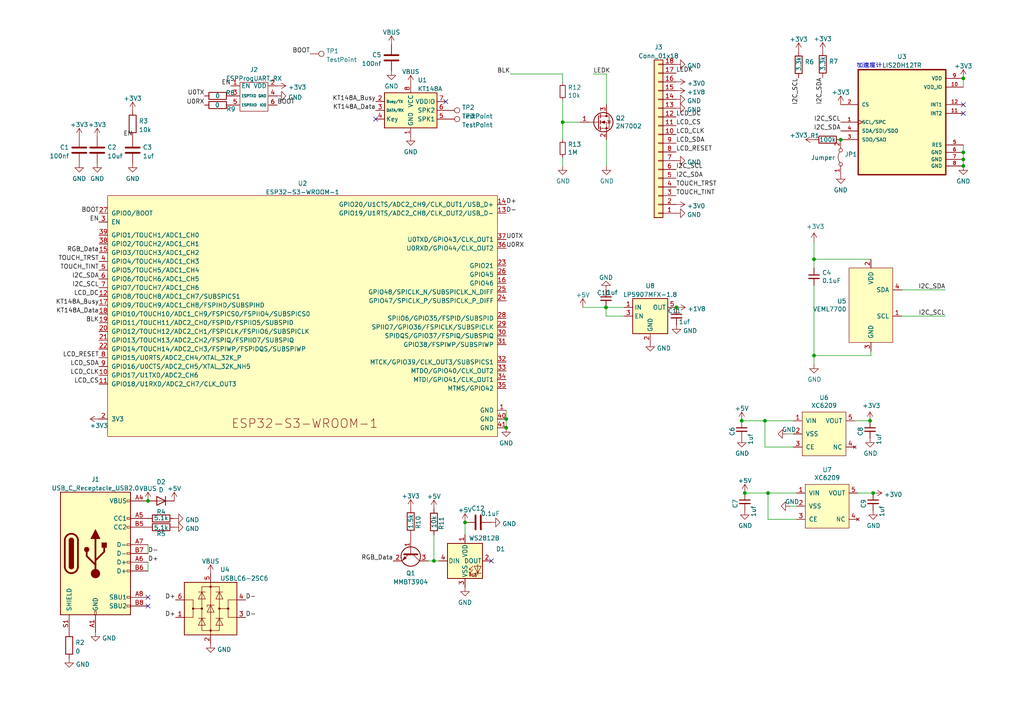
<source format=kicad_sch>
(kicad_sch (version 20211123) (generator eeschema)
  (paper "A4")
  (lib_symbols
    (symbol "Connector:TestPoint" (pin_numbers hide) (pin_names (offset 0.762) hide)
      (property "Reference" "TP" (at 0 6.858 0))
      (property "Value" "TestPoint" (at 0 5.08 0))
      (symbol "TestPoint_1_1"
        (pin passive line (at 0 0 90) (length 2.54) (name "1") (number "1"))
      )
    )
    (symbol "Connector:USB_C_Receptacle_USB2.0" (pin_names (offset 1.016))
      (property "Reference" "J" (at -10.16 19.05 0))
      (property "Value" "USB_C_Receptacle_USB2.0" (at 19.05 19.05 0))
      (symbol "USB_C_Receptacle_USB2.0_1_1"
        (pin passive line (at 0 -22.86 90) (length 5.08) (name "GND") (number "A1"))
        (pin passive line (at 0 -22.86 90) (length 5.08) hide (name "GND") (number "A12"))
        (pin passive line (at 15.24 15.24 180) (length 5.08) (name "VBUS") (number "A4"))
        (pin bidirectional line (at 15.24 10.16 180) (length 5.08) (name "CC1") (number "A5"))
        (pin bidirectional line (at 15.24 -2.54 180) (length 5.08) (name "D+") (number "A6"))
        (pin bidirectional line (at 15.24 2.54 180) (length 5.08) (name "D-") (number "A7"))
        (pin bidirectional line (at 15.24 -12.7 180) (length 5.08) (name "SBU1") (number "A8"))
        (pin passive line (at 15.24 15.24 180) (length 5.08) hide (name "VBUS") (number "A9"))
        (pin passive line (at 0 -22.86 90) (length 5.08) hide (name "GND") (number "B1"))
        (pin passive line (at 0 -22.86 90) (length 5.08) hide (name "GND") (number "B12"))
        (pin passive line (at 15.24 15.24 180) (length 5.08) hide (name "VBUS") (number "B4"))
        (pin bidirectional line (at 15.24 7.62 180) (length 5.08) (name "CC2") (number "B5"))
        (pin bidirectional line (at 15.24 -5.08 180) (length 5.08) (name "D+") (number "B6"))
        (pin bidirectional line (at 15.24 0 180) (length 5.08) (name "D-") (number "B7"))
        (pin bidirectional line (at 15.24 -15.24 180) (length 5.08) (name "SBU2") (number "B8"))
        (pin passive line (at 15.24 15.24 180) (length 5.08) hide (name "VBUS") (number "B9"))
        (pin passive line (at -7.62 -22.86 90) (length 5.08) (name "SHIELD") (number "S1"))
      )
    )
    (symbol "Connector_Generic:Conn_01x18" (pin_names (offset 1.016) hide)
      (property "Reference" "J" (at 0 22.86 0))
      (property "Value" "Conn_01x18" (at 0 -25.4 0))
      (symbol "Conn_01x18_1_1"
        (pin passive line (at -5.08 20.32 0) (length 3.81) (name "Pin_1") (number "1"))
        (pin passive line (at -5.08 -2.54 0) (length 3.81) (name "Pin_10") (number "10"))
        (pin passive line (at -5.08 -5.08 0) (length 3.81) (name "Pin_11") (number "11"))
        (pin passive line (at -5.08 -7.62 0) (length 3.81) (name "Pin_12") (number "12"))
        (pin passive line (at -5.08 -10.16 0) (length 3.81) (name "Pin_13") (number "13"))
        (pin passive line (at -5.08 -12.7 0) (length 3.81) (name "Pin_14") (number "14"))
        (pin passive line (at -5.08 -15.24 0) (length 3.81) (name "Pin_15") (number "15"))
        (pin passive line (at -5.08 -17.78 0) (length 3.81) (name "Pin_16") (number "16"))
        (pin passive line (at -5.08 -20.32 0) (length 3.81) (name "Pin_17") (number "17"))
        (pin passive line (at -5.08 -22.86 0) (length 3.81) (name "Pin_18") (number "18"))
        (pin passive line (at -5.08 17.78 0) (length 3.81) (name "Pin_2") (number "2"))
        (pin passive line (at -5.08 15.24 0) (length 3.81) (name "Pin_3") (number "3"))
        (pin passive line (at -5.08 12.7 0) (length 3.81) (name "Pin_4") (number "4"))
        (pin passive line (at -5.08 10.16 0) (length 3.81) (name "Pin_5") (number "5"))
        (pin passive line (at -5.08 7.62 0) (length 3.81) (name "Pin_6") (number "6"))
        (pin passive line (at -5.08 5.08 0) (length 3.81) (name "Pin_7") (number "7"))
        (pin passive line (at -5.08 2.54 0) (length 3.81) (name "Pin_8") (number "8"))
        (pin passive line (at -5.08 0 0) (length 3.81) (name "Pin_9") (number "9"))
      )
    )
    (symbol "Device:C" (pin_numbers hide) (pin_names (offset 0.254))
      (property "Reference" "C" (at 0.635 2.54 0))
      (property "Value" "C" (at 0.635 -2.54 0))
      (symbol "C_1_1"
        (pin passive line (at 0 3.81 270) (length 2.794) (name "~") (number "1"))
        (pin passive line (at 0 -3.81 90) (length 2.794) (name "~") (number "2"))
      )
    )
    (symbol "Device:C_Small" (pin_numbers hide) (pin_names (offset 0.254) hide)
      (property "Reference" "C" (at 0.254 1.778 0))
      (property "Value" "C_Small" (at 0.254 -2.032 0))
      (symbol "C_Small_1_1"
        (pin passive line (at 0 2.54 270) (length 2.032) (name "~") (number "1"))
        (pin passive line (at 0 -2.54 90) (length 2.032) (name "~") (number "2"))
      )
    )
    (symbol "Device:D" (pin_numbers hide) (pin_names (offset 1.016) hide)
      (property "Reference" "D" (at 0 2.54 0))
      (property "Value" "D" (at 0 -2.54 0))
      (symbol "D_1_1"
        (pin passive line (at -3.81 0 0) (length 2.54) (name "K") (number "1"))
        (pin passive line (at 3.81 0 180) (length 2.54) (name "A") (number "2"))
      )
    )
    (symbol "Device:R" (pin_numbers hide) (pin_names (offset 0))
      (property "Reference" "R" (at 2.032 0 90))
      (property "Value" "R" (at 0 0 90))
      (symbol "R_1_1"
        (pin passive line (at 0 3.81 270) (length 1.27) (name "~") (number "1"))
        (pin passive line (at 0 -3.81 90) (length 1.27) (name "~") (number "2"))
      )
    )
    (symbol "Device:R_Small" (pin_numbers hide) (pin_names (offset 0.254) hide)
      (property "Reference" "R" (at 0.762 0.508 0))
      (property "Value" "R_Small" (at 0.762 -1.016 0))
      (symbol "R_Small_1_1"
        (pin passive line (at 0 2.54 270) (length 0.762) (name "~") (number "1"))
        (pin passive line (at 0 -2.54 90) (length 0.762) (name "~") (number "2"))
      )
    )
    (symbol "Espressif:ESP32-S3-WROOM-1" (pin_names (offset 1.016))
      (property "Reference" "U" (at 0 35.56 0))
      (property "Value" "ESP32-S3-WROOM-1" (at 0 -36.83 0))
      (symbol "ESP32-S3-WROOM-1_0_0"
        (text "ESP32-S3-WROOM-1" (at 0 -31.75 0) (effects (font (size 2.54 2.54))))
        (pin power_in line (at 58.42 -27.94 180) (length 2.54) (name "GND") (number "1"))
        (pin bidirectional line (at -59.69 -17.78 0) (length 2.54) (name "GPIO17/U1TXD/ADC2_CH6") (number "10"))
        (pin bidirectional line (at -59.69 -20.32 0) (length 2.54) (name "GPIO18/U1RXD/ADC2_CH7/CLK_OUT3") (number "11"))
        (pin bidirectional line (at -59.69 5.08 0) (length 2.54) (name "GPIO8/TOUCH8/ADC1_CH7/SUBSPICS1") (number "12"))
        (pin bidirectional line (at 58.42 29.21 180) (length 2.54) (name "GPIO19/U1RTS/ADC2_CH8/CLK_OUT2/USB_D-") (number "13"))
        (pin bidirectional line (at 58.42 31.75 180) (length 2.54) (name "GPIO20/U1CTS/ADC2_CH9/CLK_OUT1/USB_D+") (number "14"))
        (pin bidirectional line (at -59.69 17.78 0) (length 2.54) (name "GPIO3/TOUCH3/ADC1_CH2") (number "15"))
        (pin bidirectional line (at 58.42 8.89 180) (length 2.54) (name "GPIO46") (number "16"))
        (pin bidirectional line (at -59.69 2.54 0) (length 2.54) (name "GPIO9/TOUCH9/ADC1_CH8/FSPIHD/SUBSPIHD") (number "17"))
        (pin bidirectional line (at -59.69 0 0) (length 2.54) (name "GPIO10/TOUCH10/ADC1_CH9/FSPICS0/FSPIIO4/SUBSPICS0") (number "18"))
        (pin bidirectional line (at -59.69 -2.54 0) (length 2.54) (name "GPIO11/TOUCH11/ADC2_CH0/FSPID/FSPIIO5/SUBSPID") (number "19"))
        (pin power_in line (at -59.69 -30.48 0) (length 2.54) (name "3V3") (number "2"))
        (pin bidirectional line (at -59.69 -5.08 0) (length 2.54) (name "GPIO12/TOUCH12/ADC2_CH1/FSPICLK/FSPIIO6/SUBSPICLK") (number "20"))
        (pin bidirectional line (at -59.69 -7.62 0) (length 2.54) (name "GPIO13/TOUCH13/ADC2_CH2/FSPIQ/FSPIIO7/SUBSPIQ") (number "21"))
        (pin bidirectional line (at -59.69 -10.16 0) (length 2.54) (name "GPIO14/TOUCH14/ADC2_CH3/FSPIWP/FSPIDQS/SUBSPIWP") (number "22"))
        (pin bidirectional line (at 58.42 13.97 180) (length 2.54) (name "GPIO21") (number "23"))
        (pin bidirectional line (at 58.42 3.81 180) (length 2.54) (name "GPIO47/SPICLK_P/SUBSPICLK_P_DIFF") (number "24"))
        (pin bidirectional line (at 58.42 6.35 180) (length 2.54) (name "GPIO48/SPICLK_N/SUBSPICLK_N_DIFF") (number "25"))
        (pin bidirectional line (at 58.42 11.43 180) (length 2.54) (name "GPIO45") (number "26"))
        (pin bidirectional line (at -59.69 29.21 0) (length 2.54) (name "GPIO0/BOOT") (number "27"))
        (pin bidirectional line (at 58.42 -1.27 180) (length 2.54) (name "SPIIO6/GPIO35/FSPID/SUBSPID") (number "28"))
        (pin bidirectional line (at 58.42 -3.81 180) (length 2.54) (name "SPIIO7/GPIO36/FSPICLK/SUBSPICLK") (number "29"))
        (pin input line (at -59.69 26.67 0) (length 2.54) (name "EN") (number "3"))
        (pin bidirectional line (at 58.42 -6.35 180) (length 2.54) (name "SPIDQS/GPIO37/FSPIQ/SUBSPIQ") (number "30"))
        (pin bidirectional line (at 58.42 -8.89 180) (length 2.54) (name "GPIO38/FSPIWP/SUBSPIWP") (number "31"))
        (pin bidirectional line (at 58.42 -13.97 180) (length 2.54) (name "MTCK/GPIO39/CLK_OUT3/SUBSPICS1") (number "32"))
        (pin bidirectional line (at 58.42 -16.51 180) (length 2.54) (name "MTDO/GPIO40/CLK_OUT2") (number "33"))
        (pin bidirectional line (at 58.42 -19.05 180) (length 2.54) (name "MTDI/GPIO41/CLK_OUT1") (number "34"))
        (pin bidirectional line (at 58.42 -21.59 180) (length 2.54) (name "MTMS/GPIO42") (number "35"))
        (pin bidirectional line (at 58.42 19.05 180) (length 2.54) (name "U0RXD/GPIO44/CLK_OUT2") (number "36"))
        (pin bidirectional line (at 58.42 21.59 180) (length 2.54) (name "U0TXD/GPIO43/CLK_OUT1") (number "37"))
        (pin bidirectional line (at -59.69 20.32 0) (length 2.54) (name "GPIO2/TOUCH2/ADC1_CH1") (number "38"))
        (pin bidirectional line (at -59.69 22.86 0) (length 2.54) (name "GPIO1/TOUCH1/ADC1_CH0") (number "39"))
        (pin bidirectional line (at -59.69 15.24 0) (length 2.54) (name "GPIO4/TOUCH4/ADC1_CH3") (number "4"))
        (pin power_in line (at 58.42 -30.48 180) (length 2.54) (name "GND") (number "40"))
        (pin power_in line (at 58.42 -33.02 180) (length 2.54) (name "GND") (number "41"))
        (pin bidirectional line (at -59.69 12.7 0) (length 2.54) (name "GPIO5/TOUCH5/ADC1_CH4") (number "5"))
        (pin bidirectional line (at -59.69 10.16 0) (length 2.54) (name "GPIO6/TOUCH6/ADC1_CH5") (number "6"))
        (pin bidirectional line (at -59.69 7.62 0) (length 2.54) (name "GPIO7/TOUCH7/ADC1_CH6") (number "7"))
        (pin bidirectional line (at -59.69 -12.7 0) (length 2.54) (name "GPIO15/U0RTS/ADC2_CH4/XTAL_32K_P") (number "8"))
        (pin bidirectional line (at -59.69 -15.24 0) (length 2.54) (name "GPIO16/U0CTS/ADC2_CH5/XTAL_32K_NH5") (number "9"))
      )
    )
    (symbol "Jumper:Jumper_2_Bridged" (pin_names (offset 0) hide)
      (property "Reference" "JP" (at 0 1.905 0))
      (property "Value" "Jumper_2_Bridged" (at 0 -2.54 0))
      (symbol "Jumper_2_Bridged_1_1"
        (pin passive line (at -5.08 0 0) (length 2.54) (name "A") (number "1"))
        (pin passive line (at 5.08 0 180) (length 2.54) (name "B") (number "2"))
      )
    )
    (symbol "KisonNew:ESPProgUART_RX"
      (property "Reference" "J" (at -0.127 2.032 0))
      (property "Value" "ESPProgUART_RX" (at 0 0 0))
      (symbol "ESPProgUART_RX_1_1"
        (pin input line (at -6.223 -3.175 0) (length 2.54) (name "EN") (number "1"))
        (pin power_in line (at 7.239 -3.175 180) (length 2.54) (name "VDD") (number "2"))
        (pin input line (at -6.223 -6.096 0) (length 2.54) (name "ESPTXD") (number "3"))
        (pin power_in line (at 7.239 -6.096 180) (length 2.54) (name "GND") (number "4"))
        (pin input line (at -6.223 -8.763 0) (length 2.54) (name "ESPRXD") (number "5"))
        (pin input line (at 7.239 -8.763 180) (length 2.54) (name "IO0") (number "6"))
      )
    )
    (symbol "KisonNew:KT148A"
      (property "Reference" "U" (at -6.985 -2.54 0))
      (property "Value" "KT148A" (at 3.81 -2.54 0))
      (symbol "KT148A_1_1"
        (pin power_in line (at 0 -16.51 90) (length 2.54) (name "GND") (number "1"))
        (pin input line (at -10.16 -6.35 0) (length 2.54) (name "Busy/TX") (number "2"))
        (pin input line (at -10.16 -8.89 0) (length 2.54) (name "DATA/RX") (number "3"))
        (pin input line (at -10.16 -11.43 0) (length 2.54) (name "Key") (number "4"))
        (pin bidirectional line (at 10.16 -11.43 180) (length 2.54) (name "SPK1") (number "5"))
        (pin bidirectional line (at 10.16 -8.89 180) (length 2.54) (name "SPK2") (number "6"))
        (pin power_out line (at 10.16 -6.35 180) (length 2.54) (name "VDDIO") (number "7"))
        (pin power_in line (at 0 -1.27 270) (length 2.54) (name "VCC") (number "8"))
      )
    )
    (symbol "LED:WS2812B" (pin_names (offset 0.254))
      (property "Reference" "D" (at 5.08 5.715 0))
      (property "Value" "WS2812B" (at 1.27 -5.715 0))
      (symbol "WS2812B_0_0"
        (text "RGB" (at 2.286 -4.191 0) (effects (font (size 0.762 0.762))))
      )
      (symbol "WS2812B_1_1"
        (pin power_in line (at 0 7.62 270) (length 2.54) (name "VDD") (number "1"))
        (pin output line (at 7.62 0 180) (length 2.54) (name "DOUT") (number "2"))
        (pin power_in line (at 0 -7.62 90) (length 2.54) (name "VSS") (number "3"))
        (pin input line (at -7.62 0 0) (length 2.54) (name "DIN") (number "4"))
      )
    )
    (symbol "LIS2DH12TR:LIS2DH12TR" (pin_names (offset 1.016))
      (property "Reference" "U" (at -12.7508 15.2908 0))
      (property "Value" "LIS2DH12TR" (at -12.7508 -17.8562 0))
      (symbol "LIS2DH12TR_0_0"
        (pin bidirectional clock (at -17.78 0 0) (length 5.08) (name "SCL/SPC") (number "1"))
        (pin power_in line (at 17.78 10.16 180) (length 5.08) (name "VDD_IO") (number "10"))
        (pin output line (at 17.78 2.54 180) (length 5.08) (name "INT2") (number "11"))
        (pin output line (at 17.78 5.08 180) (length 5.08) (name "INT1") (number "12"))
        (pin input line (at -17.78 5.08 0) (length 5.08) (name "CS") (number "2"))
        (pin bidirectional line (at -17.78 -5.08 0) (length 5.08) (name "SDO/SAO") (number "3"))
        (pin bidirectional line (at -17.78 -2.54 0) (length 5.08) (name "SDA/SDI/SDO") (number "4"))
        (pin power_in line (at 17.78 -6.604 180) (length 5.08) (name "RES") (number "5"))
        (pin power_in line (at 17.78 -8.763 180) (length 5.08) (name "GND") (number "6"))
        (pin power_in line (at 17.78 -10.795 180) (length 5.08) (name "GND") (number "7"))
        (pin power_in line (at 17.78 -12.7 180) (length 5.08) (name "GND") (number "8"))
        (pin power_in line (at 17.78 12.7 180) (length 5.08) (name "VDD") (number "9"))
      )
    )
    (symbol "Power_Protection:USBLC6-2SC6" (pin_names hide)
      (property "Reference" "U" (at 2.54 8.89 0))
      (property "Value" "USBLC6-2SC6" (at 2.54 -8.89 0))
      (symbol "USBLC6-2SC6_1_1"
        (pin passive line (at -10.16 -2.54 0) (length 2.54) (name "I/O1") (number "1"))
        (pin passive line (at 0 -10.16 90) (length 2.54) (name "GND") (number "2"))
        (pin passive line (at 10.16 -2.54 180) (length 2.54) (name "I/O2") (number "3"))
        (pin passive line (at 10.16 2.54 180) (length 2.54) (name "I/O2") (number "4"))
        (pin passive line (at 0 10.16 270) (length 2.54) (name "VBUS") (number "5"))
        (pin passive line (at -10.16 2.54 0) (length 2.54) (name "I/O1") (number "6"))
      )
    )
    (symbol "Regulator_Linear:LP5907MFX-1.8"
      (property "Reference" "U" (at -3.81 6.35 0))
      (property "Value" "LP5907MFX-1.8" (at 6.35 6.35 0))
      (symbol "LP5907MFX-1.8_0_1"
        (pin power_in line (at -7.62 2.54 0) (length 2.54) (name "IN") (number "1"))
        (pin power_in line (at 0 -7.62 90) (length 2.54) (name "GND") (number "2"))
        (pin input line (at -7.62 0 0) (length 2.54) (name "EN") (number "3"))
        (pin no_connect line (at 5.08 0 180) (length 2.54) hide (name "NC") (number "4"))
        (pin power_out line (at 7.62 2.54 180) (length 2.54) (name "OUT") (number "5"))
      )
    )
    (symbol "Transistor_BJT:MMBT3904" (pin_names (offset 0) hide)
      (property "Reference" "Q" (at 5.08 1.905 0))
      (property "Value" "MMBT3904" (at 5.08 0 0))
      (symbol "MMBT3904_1_1"
        (pin input line (at -5.08 0 0) (length 5.715) (name "B") (number "1"))
        (pin passive line (at 2.54 -5.08 90) (length 2.54) (name "E") (number "2"))
        (pin passive line (at 2.54 5.08 270) (length 2.54) (name "C") (number "3"))
      )
    )
    (symbol "Transistor_FET:2N7002" (pin_names hide)
      (property "Reference" "Q" (at 5.08 1.905 0))
      (property "Value" "2N7002" (at 5.08 0 0))
      (symbol "2N7002_1_1"
        (pin input line (at -5.08 0 0) (length 2.54) (name "G") (number "1"))
        (pin passive line (at 2.54 -5.08 90) (length 2.54) (name "S") (number "2"))
        (pin passive line (at 2.54 5.08 270) (length 2.54) (name "D") (number "3"))
      )
    )
    (symbol "VEML7700:VEML7700" (pin_names (offset 1.016))
      (property "Reference" "U" (at -6.35 11.43 0))
      (property "Value" "VEML7700" (at 0 0 0))
      (symbol "VEML7700_1_1"
        (pin open_collector line (at 8.89 -3.81 180) (length 2.54) (name "SCL") (number "1"))
        (pin power_in line (at 0 12.7 270) (length 2.54) (name "VDD") (number "2"))
        (pin power_in line (at 0 -13.97 90) (length 2.54) (name "GND") (number "3"))
        (pin open_collector line (at 8.89 3.81 180) (length 2.54) (name "SDA") (number "4"))
      )
    )
    (symbol "open-Smartwatch:XC6209" (pin_names (offset 1.016))
      (property "Reference" "U" (at 0 7.62 0))
      (property "Value" "XC6209" (at 0 -7.62 0))
      (symbol "XC6209_1_1"
        (pin power_in line (at -8.89 3.81 0) (length 2.54) (name "VIN") (number "1"))
        (pin power_in line (at -8.89 0 0) (length 2.54) (name "VSS") (number "2"))
        (pin input line (at -8.89 -3.81 0) (length 2.54) (name "CE") (number "3"))
        (pin no_connect line (at 8.89 -3.81 180) (length 2.54) (name "NC") (number "4"))
        (pin power_out line (at 8.89 3.81 180) (length 2.54) (name "VOUT") (number "5"))
      )
    )
    (symbol "power:+1V8" (power) (pin_names (offset 0))
      (property "Value" "+1V8" (at 0 3.556 0))
      (symbol "+1V8_1_1"
        (pin power_in line (at 0 0 90) (length 0) hide (name "+1V8") (number "1"))
      )
    )
    (symbol "power:+3.3V" (power) (pin_names (offset 0))
      (property "Value" "+3.3V" (at 0 3.556 0))
      (symbol "+3.3V_1_1"
        (pin power_in line (at 0 0 90) (length 0) hide (name "+3V3") (number "1"))
      )
    )
    (symbol "power:+3V0" (power) (pin_names (offset 0))
      (property "Value" "+3V0" (at 0 3.556 0))
      (symbol "+3V0_1_1"
        (pin power_in line (at 0 0 90) (length 0) hide (name "+3V0") (number "1"))
      )
    )
    (symbol "power:+3V3" (power) (pin_names (offset 0))
      (property "Value" "+3V3" (at 0 3.556 0))
      (symbol "+3V3_1_1"
        (pin power_in line (at 0 0 90) (length 0) hide (name "+3V3") (number "1"))
      )
    )
    (symbol "power:+5V" (power) (pin_names (offset 0))
      (property "Value" "+5V" (at 0 3.556 0))
      (symbol "+5V_1_1"
        (pin power_in line (at 0 0 90) (length 0) hide (name "+5V") (number "1"))
      )
    )
    (symbol "power:GND" (power) (pin_names (offset 0))
      (property "Value" "GND" (at 0 -3.81 0))
      (symbol "GND_1_1"
        (pin power_in line (at 0 0 270) (length 0) hide (name "GND") (number "1"))
      )
    )
    (symbol "power:VBUS" (power) (pin_names (offset 0))
      (property "Value" "VBUS" (at 0 3.81 0))
      (symbol "VBUS_1_1"
        (pin power_in line (at 0 0 90) (length 0) hide (name "VBUS") (number "1"))
      )
    )
  )
  (junction (at 279.4 46.228))
  (junction (at 252.349 122.047))
  (junction (at 253.238 143.002))
  (junction (at 42.926 145.288))
  (junction (at 196.215 89.154))
  (junction (at 134.874 151.511))
  (junction (at 163.195 35.433))
  (junction (at 279.4 44.196))
  (junction (at 243.84 40.513))
  (junction (at 216.027 143.002))
  (junction (at 215.138 122.047))
  (junction (at 279.4 22.733))
  (junction (at 236.093 75.184))
  (junction (at 279.4 48.133))
  (junction (at 236.093 103.124))
  (junction (at 125.857 162.687))
  (junction (at 175.768 89.154))
  (junction (at 146.812 124.079))
  (junction (at 221.869 122.047))
  (junction (at 222.758 143.002))
  (junction (at 146.812 121.539))
  (no_connect (at 108.966 34.544))
  (no_connect (at 279.4 32.893))
  (no_connect (at 279.4 30.353))
  (no_connect (at 42.926 173.228))
  (no_connect (at 42.926 175.768))
  (no_connect (at 142.494 162.687))
  (no_connect (at 129.286 29.464))
  (wire (pts (xy 236.093 75.184) (xy 252.603 75.184)))
  (wire (pts (xy 274.193 91.694) (xy 261.493 91.694)))
  (wire (pts (xy 175.768 89.154) (xy 180.975 89.154)))
  (wire (pts (xy 175.895 21.463) (xy 172.085 21.463)))
  (wire (pts (xy 147.955 21.463) (xy 163.195 21.463)))
  (wire (pts (xy 175.768 91.694) (xy 180.975 91.694)))
  (wire (pts (xy 163.195 21.463) (xy 163.195 24.003)))
  (wire (pts (xy 221.869 122.047) (xy 221.869 129.667)))
  (wire (pts (xy 163.195 48.133) (xy 163.195 45.593)))
  (wire (pts (xy 248.793 143.002) (xy 253.238 143.002)))
  (wire (pts (xy 252.603 103.124) (xy 236.093 103.124)))
  (wire (pts (xy 236.093 103.124) (xy 236.093 82.804)))
  (wire (pts (xy 175.895 40.513) (xy 175.895 48.133)))
  (wire (pts (xy 42.926 157.988) (xy 42.926 160.528)))
  (wire (pts (xy 146.812 121.539) (xy 146.812 124.079)))
  (wire (pts (xy 228.219 125.857) (xy 230.124 125.857)))
  (wire (pts (xy 163.195 35.433) (xy 163.195 40.513)))
  (wire (pts (xy 279.4 42.037) (xy 279.4 44.196)))
  (wire (pts (xy 221.869 122.047) (xy 230.124 122.047)))
  (wire (pts (xy 42.926 163.068) (xy 42.926 165.608)))
  (wire (pts (xy 279.4 46.228) (xy 279.4 48.133)))
  (wire (pts (xy 215.138 122.047) (xy 221.869 122.047)))
  (wire (pts (xy 146.812 118.999) (xy 146.812 121.539)))
  (wire (pts (xy 163.195 29.083) (xy 163.195 35.433)))
  (wire (pts (xy 230.124 129.667) (xy 221.869 129.667)))
  (wire (pts (xy 216.027 143.002) (xy 222.758 143.002)))
  (wire (pts (xy 247.904 122.047) (xy 252.349 122.047)))
  (wire (pts (xy 125.857 162.687) (xy 127.254 162.687)))
  (wire (pts (xy 236.093 77.724) (xy 236.093 75.184)))
  (wire (pts (xy 236.093 105.664) (xy 236.093 103.124)))
  (wire (pts (xy 222.758 143.002) (xy 231.013 143.002)))
  (wire (pts (xy 279.4 44.196) (xy 279.4 46.228)))
  (wire (pts (xy 261.493 84.074) (xy 274.193 84.074)))
  (wire (pts (xy 168.275 35.433) (xy 163.195 35.433)))
  (wire (pts (xy 236.093 75.184) (xy 236.093 70.104)))
  (wire (pts (xy 229.108 146.812) (xy 231.013 146.812)))
  (wire (pts (xy 124.206 162.687) (xy 125.857 162.687)))
  (wire (pts (xy 231.013 150.622) (xy 222.758 150.622)))
  (wire (pts (xy 169.037 89.154) (xy 175.768 89.154)))
  (wire (pts (xy 279.4 22.733) (xy 279.4 25.273)))
  (wire (pts (xy 252.603 101.854) (xy 252.603 103.124)))
  (wire (pts (xy 175.895 30.353) (xy 175.895 21.463)))
  (wire (pts (xy 222.758 143.002) (xy 222.758 150.622)))
  (wire (pts (xy 134.874 151.511) (xy 134.874 155.067)))
  (wire (pts (xy 125.857 155.194) (xy 125.857 162.687)))
  (wire (pts (xy 175.768 89.154) (xy 175.768 91.694)))
  (text "加速度计" (at 248.285 19.939 0) (effects (font (size 1.27 1.27)) (justify left bottom)))
  (label "I2C_SDA" (at 274.193 84.074 180))
  (label "BLK" (at 28.702 93.599 180))
  (label "U0RX" (at 59.309 30.48 180))
  (label "I2C_SDA" (at 28.702 80.899 180))
  (label "D+" (at 42.926 163.068 0))
  (label "RGB_Data" (at 114.046 162.687 180))
  (label "D+" (at 146.812 59.309 0))
  (label "KT148A_Data" (at 108.966 32.004 180))
  (label "LCD_CLK" (at 28.702 108.839 180))
  (label "LCD_SDA" (at 196.088 41.529 0))
  (label "EN" (at 38.481 39.751 180))
  (label "KT148A_Busy" (at 108.966 29.464 180))
  (label "LEDK" (at 196.088 21.209 0))
  (label "LEDK" (at 172.085 21.463 0))
  (label "D-" (at 71.247 179.07 0))
  (label "LCD_DC" (at 196.088 33.909 0))
  (label "I2C_SCL" (at 243.84 35.433 180))
  (label "D-" (at 42.926 160.528 0))
  (label "TOUCH_TRST" (at 196.088 54.229 0))
  (label "I2C_SDA" (at 238.633 22.479 270))
  (label "TOUCH_TINT" (at 196.088 56.769 0))
  (label "LCD_RESET" (at 28.702 103.759 180))
  (label "U0RX" (at 146.812 72.009 0))
  (label "I2C_SCL" (at 196.088 49.149 0))
  (label "LCD_SDA" (at 28.702 106.299 180))
  (label "I2C_SCL" (at 231.648 22.606 270))
  (label "I2C_SCL" (at 274.193 91.694 180))
  (label "LCD_CS" (at 196.088 36.449 0))
  (label "D+" (at 50.927 173.99 180))
  (label "D-" (at 146.812 61.849 0))
  (label "EN" (at 28.702 64.389 180))
  (label "EN" (at 66.929 24.892 180))
  (label "LCD_DC" (at 28.702 85.979 180))
  (label "LCD_CS" (at 28.702 111.379 180))
  (label "BLK" (at 147.955 21.463 180))
  (label "KT148A_Busy" (at 28.702 88.519 180))
  (label "U0TX" (at 146.812 69.469 0))
  (label "I2C_SDA" (at 196.088 51.689 0))
  (label "D-" (at 71.247 173.99 0))
  (label "U0TX" (at 59.309 27.813 180))
  (label "I2C_SCL" (at 28.702 83.439 180))
  (label "RGB_Data" (at 28.702 73.279 180))
  (label "BOOT" (at 89.916 15.621 180))
  (label "I2C_SDA" (at 243.84 37.973 180))
  (label "TOUCH_TRST" (at 28.702 75.819 180))
  (label "D+" (at 50.927 179.07 180))
  (label "LCD_CLK" (at 196.088 38.989 0))
  (label "KT148A_Data" (at 28.702 91.059 180))
  (label "BOOT" (at 80.391 30.48 0))
  (label "LCD_RESET" (at 196.088 44.069 0))
  (label "TOUCH_TINT" (at 28.702 78.359 180))
  (label "BOOT" (at 28.702 61.849 180))
  (symbol (lib_id "power:VBUS") (at 113.538 12.954 0) (unit 1)
    (property "Reference" "#PWR0138" (effects hide))
    (property "Value" "VBUS" (at 113.538 9.3782 0))
  )
  (symbol (lib_id "power:+3.3V") (at 236.093 70.104 0) (unit 1)
    (property "Reference" "#PWR0132" (effects hide))
    (property "Value" "+3.3V" (at 236.474 65.7098 0))
  )
  (symbol (lib_id "Device:C") (at 138.684 151.511 90) (unit 1)
    (property "Reference" "C12" (at 138.684 147.447 90))
    (property "Value" "0.1uF" (at 142.24 148.971 90))
    (property "Footprint" "Capacitor_SMD:C_0402_1005Metric" (effects hide))
    (property "LCSC" "C1591" (effects hide))
  )
  (symbol (lib_id "power:+1V8") (at 196.088 26.289 270) (unit 1)
    (property "Reference" "#PWR0105" (effects hide))
    (property "Value" "+1V8" (at 199.263 26.7228 90) (effects (justify left)))
  )
  (symbol (lib_id "power:VBUS") (at 42.926 145.288 0) (unit 1)
    (property "Reference" "#PWR0129" (effects hide))
    (property "Value" "VBUS" (at 42.926 141.7122 0))
  )
  (symbol (lib_id "power:GND") (at 252.349 127.127 0) (unit 1)
    (property "Reference" "#PWR0139" (effects hide))
    (property "Value" "GND" (at 252.476 131.5212 0))
  )
  (symbol (lib_id "power:GND") (at 196.088 46.609 90) (unit 1)
    (property "Reference" "#PWR0102" (effects hide))
    (property "Value" "GND" (at 199.263 47.0428 90) (effects (justify right)))
  )
  (symbol (lib_id "power:GND") (at 188.595 99.314 0) (unit 1)
    (property "Reference" "#PWR0151" (effects hide))
    (property "Value" "GND" (at 190.5 101.0178 0) (effects (justify left)))
  )
  (symbol (lib_id "power:+3V3") (at 28.702 121.539 90) (mirror x) (unit 1)
    (property "Reference" "#PWR0159" (effects hide))
    (property "Value" "+3V3" (at 26.035 123.444 90) (effects (justify right)))
  )
  (symbol (lib_id "power:+3V0") (at 196.088 23.749 270) (unit 1)
    (property "Reference" "#PWR0104" (effects hide))
    (property "Value" "+3V0" (at 199.263 24.1828 90) (effects (justify left)))
  )
  (symbol (lib_id "power:GND") (at 196.088 31.369 90) (unit 1)
    (property "Reference" "#PWR0107" (effects hide))
    (property "Value" "GND" (at 199.263 31.8028 90) (effects (justify right)))
  )
  (symbol (lib_id "power:GND") (at 196.088 28.829 90) (unit 1)
    (property "Reference" "#PWR0106" (effects hide))
    (property "Value" "GND" (at 199.263 29.2628 90) (effects (justify right)))
  )
  (symbol (lib_id "power:GND") (at 243.84 50.673 0) (unit 1)
    (property "Reference" "#PWR0112" (effects hide))
    (property "Value" "GND" (at 243.84 55.1164 0))
  )
  (symbol (lib_id "power:+3V0") (at 196.088 59.309 270) (unit 1)
    (property "Reference" "#PWR0103" (effects hide))
    (property "Value" "+3V0" (at 199.263 59.7428 90) (effects (justify left)))
  )
  (symbol (lib_id "KisonNew:ESPProgUART_RX") (at 73.152 21.717 0) (unit 1)
    (property "Reference" "J2" (at 73.66 20.227 0))
    (property "Value" "ESPProgUART_RX" (at 73.66 22.7639 0))
    (property "Footprint" "KisonNew:IDC_1.27mm_6P" (effects hide))
  )
  (symbol (lib_id "power:+3V3") (at 22.987 39.751 0) (mirror y) (unit 1)
    (property "Reference" "#PWR0116" (effects hide))
    (property "Value" "+3V3" (at 22.987 36.1752 0))
  )
  (symbol (lib_id "open-Smartwatch:XC6209") (at 239.903 146.812 0) (unit 1)
    (property "Reference" "U7" (at 239.903 136.271 0))
    (property "Value" "XC6209" (at 239.903 138.5824 0))
    (property "Footprint" "Package_TO_SOT_SMD:SOT-23-5" (effects hide))
  )
  (symbol (lib_id "LIS2DH12TR:LIS2DH12TR") (at 261.62 35.433 0) (unit 1)
    (property "Reference" "U3" (at 261.62 16.417 0))
    (property "Value" "LIS2DH12TR" (at 261.62 18.9539 0))
    (property "Footprint" "PQFN50P200X200100-12N" (effects hide))
    (property "PACKAGE" "LGA-12 STMicroelectronics" (effects hide))
    (property "MF" "STMicroelectronics" (effects hide))
    (property "AVAILABILITY" "Good" (effects hide))
    (property "DESCRIPTION" "MEMS digital output motion sensor: ultra low-power high performance 3-axes femto accelerometer" (effects hide))
    (property "MP" "LIS2DH12TR" (effects hide))
    (property "PRICE" "0.87 USD" (effects hide))
  )
  (symbol (lib_id "power:+3V0") (at 253.238 143.002 270) (unit 1)
    (property "Reference" "#PWR0142" (effects hide))
    (property "Value" "+3V0" (at 256.413 143.4358 90) (effects (justify left)))
  )
  (symbol (lib_id "Device:R") (at 240.03 40.513 270) (unit 1)
    (property "Reference" "R1" (at 236.347 39.37 90))
    (property "Value" "100k" (at 240.03 40.513 90))
    (property "Footprint" "Resistor_SMD:R_0603_1608Metric" (effects hide))
    (property "LCSC" "C429617" (effects hide))
  )
  (symbol (lib_id "power:+5V") (at 50.546 145.288 0) (unit 1)
    (property "Reference" "#PWR0119" (effects hide))
    (property "Value" "+5V" (at 50.546 141.7122 0))
  )
  (symbol (lib_id "Connector:TestPoint") (at 129.286 34.544 270) (unit 1)
    (property "Reference" "TP3" (at 133.985 33.7093 90) (effects (justify left)))
    (property "Value" "TestPoint" (at 133.985 36.2462 90) (effects (justify left)))
    (property "Footprint" "TestPoint:TestPoint_Pad_2.0x2.0mm" (effects hide))
  )
  (symbol (lib_id "power:GND") (at 236.093 105.664 0) (unit 1)
    (property "Reference" "#PWR0131" (effects hide))
    (property "Value" "GND" (at 236.22 110.0582 0))
  )
  (symbol (lib_id "Device:C_Small") (at 252.349 124.587 0) (unit 1)
    (property "Reference" "C8" (at 249.555 126.492 90) (effects (justify left)))
    (property "Value" "1uf" (at 254.889 129.032 90) (effects (justify left)))
    (property "Footprint" "Capacitor_SMD:C_0603_1608Metric" (effects hide))
  )
  (symbol (lib_id "power:GND") (at 175.768 84.074 180) (unit 1)
    (property "Reference" "#PWR0149" (effects hide))
    (property "Value" "GND" (at 175.768 80.4982 0))
  )
  (symbol (lib_id "Device:C_Small") (at 196.215 91.694 0) (unit 1)
    (property "Reference" "C11" (at 193.675 90.17 0) (effects (justify left)))
    (property "Value" "1uf" (at 196.85 93.345 0) (effects (justify left)))
    (property "Footprint" "Capacitor_SMD:C_0603_1608Metric" (effects hide))
  )
  (symbol (lib_id "power:+1V8") (at 196.215 89.154 270) (unit 1)
    (property "Reference" "#PWR0153" (effects hide))
    (property "Value" "+1V8" (at 199.39 89.5878 90) (effects (justify left)))
  )
  (symbol (lib_id "Device:C_Small") (at 216.027 145.542 0) (unit 1)
    (property "Reference" "C7" (at 213.233 147.447 90) (effects (justify left)))
    (property "Value" "1uf" (at 218.567 149.987 90) (effects (justify left)))
    (property "Footprint" "Capacitor_SMD:C_0603_1608Metric" (effects hide))
  )
  (symbol (lib_id "power:GND") (at 196.215 94.234 0) (unit 1)
    (property "Reference" "#PWR0152" (effects hide))
    (property "Value" "GND" (at 198.12 95.9378 0) (effects (justify left)))
  )
  (symbol (lib_id "Device:C") (at 28.194 43.561 0) (unit 1)
    (property "Reference" "C2" (at 31.115 42.7263 0) (effects (justify left)))
    (property "Value" "10uf" (at 31.115 45.2632 0) (effects (justify left)))
    (property "Footprint" "Capacitor_SMD:C_0805_2012Metric" (effects hide))
  )
  (symbol (lib_id "Device:C") (at 113.538 16.764 0) (mirror y) (unit 1)
    (property "Reference" "C5" (at 110.617 15.9293 0) (effects (justify left)))
    (property "Value" "100nf" (at 110.617 18.4662 0) (effects (justify left)))
    (property "Footprint" "Capacitor_SMD:C_0603_1608Metric" (effects hide))
  )
  (symbol (lib_id "Device:R") (at 63.119 30.48 270) (unit 1)
    (property "Reference" "R9" (at 68.326 31.623 90) (effects (justify right)))
    (property "Value" "0" (at 63.754 30.48 90) (effects (justify right)))
    (property "Footprint" "Resistor_SMD:R_0603_1608Metric" (effects hide))
  )
  (symbol (lib_id "Regulator_Linear:LP5907MFX-1.8") (at 188.595 91.694 0) (unit 1)
    (property "Reference" "U8" (at 188.595 82.9142 0))
    (property "Value" "LP5907MFX-1.8" (at 188.595 85.4511 0))
    (property "Footprint" "Package_TO_SOT_SMD:SOT-23-5" (effects hide))
    (property "Datasheet" "http://www.ti.com/lit/ds/symlink/lp5907.pdf" (effects hide))
  )
  (symbol (lib_id "Device:D") (at 46.736 145.288 0) (mirror y) (unit 1)
    (property "Reference" "D2" (at 46.736 139.7762 0))
    (property "Value" "D" (at 46.736 142.0876 0))
    (property "Footprint" "Diode_SMD:D_SOD-323" (effects hide))
    (property "LCSC" "C191023" (effects hide))
  )
  (symbol (lib_id "Device:R") (at 63.119 27.813 90) (unit 1)
    (property "Reference" "R8" (at 66.802 26.924 90))
    (property "Value" "0" (at 63.119 27.813 90))
    (property "Footprint" "Resistor_SMD:R_0603_1608Metric" (effects hide))
  )
  (symbol (lib_id "Transistor_FET:2N7002") (at 173.355 35.433 0) (unit 1)
    (property "Reference" "Q2" (at 178.5366 34.2646 0) (effects (justify left)))
    (property "Value" "2N7002" (at 178.5366 36.576 0) (effects (justify left)))
    (property "Footprint" "Package_TO_SOT_SMD:SOT-23" (effects hide))
    (property "Datasheet" "https://www.onsemi.com/pub/Collateral/NDS7002A-D.PDF" (effects hide))
    (property "Digikey" "2N7002H6327XTSA2CT-ND" (effects hide))
    (property "LCSC" "2N7002" (effects hide))
    (property "Mouser" "771-2N7002NXAKR" (effects hide))
  )
  (symbol (lib_id "Connector:TestPoint") (at 129.286 32.004 270) (unit 1)
    (property "Reference" "TP2" (at 133.985 31.1693 90) (effects (justify left)))
    (property "Value" "TestPoint" (at 133.985 33.7062 90) (effects (justify left)))
    (property "Footprint" "TestPoint:TestPoint_Pad_2.0x2.0mm" (effects hide))
  )
  (symbol (lib_id "power:GND") (at 38.481 47.371 0) (unit 1)
    (property "Reference" "#PWR0118" (effects hide))
    (property "Value" "GND" (at 38.481 51.8144 0))
  )
  (symbol (lib_id "KisonNew:KT148A") (at 119.126 23.114 0) (unit 1)
    (property "Reference" "U1" (at 121.1454 23.2242 0) (effects (justify left)))
    (property "Value" "KT148A" (at 121.1454 25.7611 0) (effects (justify left)))
    (property "Footprint" "Package_SO:SOP-8_3.9x4.9mm_P1.27mm" (effects hide))
  )
  (symbol (lib_id "power:+3V3") (at 119.126 147.447 0) (unit 1)
    (property "Reference" "#PWR0155" (effects hide))
    (property "Value" "+3V3" (at 119.126 143.8712 0))
  )
  (symbol (lib_id "power:GND") (at 20.066 191.008 0) (unit 1)
    (property "Reference" "#PWR0126" (effects hide))
    (property "Value" "GND" (at 21.971 192.7118 0) (effects (justify left)))
  )
  (symbol (lib_id "power:GND") (at 175.895 48.133 0) (unit 1)
    (property "Reference" "#PWR0161" (effects hide))
    (property "Value" "GND" (at 176.022 52.5272 0))
  )
  (symbol (lib_id "power:GND") (at 142.494 151.511 90) (unit 1)
    (property "Reference" "#PWR0156" (effects hide))
    (property "Value" "GND" (at 145.669 151.9448 90) (effects (justify right)))
  )
  (symbol (lib_id "power:GND") (at 228.219 125.857 270) (unit 1)
    (property "Reference" "#PWR0148" (effects hide))
    (property "Value" "GND" (at 228.854 124.587 90))
  )
  (symbol (lib_id "Device:C") (at 38.481 43.561 0) (unit 1)
    (property "Reference" "C3" (at 41.402 42.7263 0) (effects (justify left)))
    (property "Value" "1uf" (at 41.402 45.2632 0) (effects (justify left)))
    (property "Footprint" "Capacitor_SMD:C_0603_1608Metric" (effects hide))
  )
  (symbol (lib_id "power:GND") (at 27.686 183.388 0) (unit 1)
    (property "Reference" "#PWR0125" (effects hide))
    (property "Value" "GND" (at 29.591 185.0918 0) (effects (justify left)))
  )
  (symbol (lib_id "power:+3V3") (at 243.84 30.353 0) (unit 1)
    (property "Reference" "#PWR0113" (effects hide))
    (property "Value" "+3V3" (at 243.84 26.7772 0))
  )
  (symbol (lib_id "power:+3V3") (at 279.4 22.733 0) (unit 1)
    (property "Reference" "#PWR0111" (effects hide))
    (property "Value" "+3V3" (at 279.4 19.1572 0))
  )
  (symbol (lib_id "Connector:TestPoint") (at 89.916 15.621 270) (unit 1)
    (property "Reference" "TP1" (at 94.615 14.7863 90) (effects (justify left)))
    (property "Value" "TestPoint" (at 94.615 17.3232 90) (effects (justify left)))
    (property "Footprint" "TestPoint:TestPoint_Pad_1.5x1.5mm" (effects hide))
  )
  (symbol (lib_id "Device:R") (at 238.633 18.669 0) (unit 1)
    (property "Reference" "R7" (at 240.411 17.8343 0) (effects (justify left)))
    (property "Value" "3.3k" (at 238.633 20.574 90) (effects (justify left)))
    (property "Footprint" "Resistor_SMD:R_0603_1608Metric" (effects hide))
  )
  (symbol (lib_id "power:GND") (at 28.194 47.371 0) (unit 1)
    (property "Reference" "#PWR0120" (effects hide))
    (property "Value" "GND" (at 28.194 51.8144 0))
  )
  (symbol (lib_id "power:+3V3") (at 38.481 32.131 0) (mirror y) (unit 1)
    (property "Reference" "#PWR0117" (effects hide))
    (property "Value" "+3V3" (at 38.481 28.5552 0))
  )
  (symbol (lib_id "power:+3V3") (at 231.648 14.986 0) (unit 1)
    (property "Reference" "#PWR0114" (effects hide))
    (property "Value" "+3V3" (at 231.648 11.4102 0))
  )
  (symbol (lib_id "power:+3V3") (at 28.194 39.751 0) (unit 1)
    (property "Reference" "#PWR0121" (effects hide))
    (property "Value" "+3V3" (at 28.194 36.1752 0))
  )
  (symbol (lib_id "power:GND") (at 196.088 61.849 90) (unit 1)
    (property "Reference" "#PWR0108" (effects hide))
    (property "Value" "GND" (at 199.263 62.2828 90) (effects (justify right)))
  )
  (symbol (lib_id "Device:R") (at 20.066 187.198 0) (unit 1)
    (property "Reference" "R2" (at 21.844 186.3633 0) (effects (justify left)))
    (property "Value" "0" (at 21.844 188.9002 0) (effects (justify left)))
    (property "Footprint" "Resistor_SMD:R_0603_1608Metric" (effects hide))
  )
  (symbol (lib_id "power:GND") (at 196.088 18.669 90) (unit 1)
    (property "Reference" "#PWR0101" (effects hide))
    (property "Value" "GND" (at 199.263 19.1028 90) (effects (justify right)))
  )
  (symbol (lib_id "power:+3V3") (at 80.391 24.892 270) (unit 1)
    (property "Reference" "#PWR0133" (effects hide))
    (property "Value" "+3V3" (at 83.566 25.3258 90) (effects (justify left)))
  )
  (symbol (lib_id "power:VBUS") (at 119.126 24.384 0) (unit 1)
    (property "Reference" "#PWR0135" (effects hide))
    (property "Value" "VBUS" (at 119.126 20.8082 0))
  )
  (symbol (lib_id "power:GND") (at 50.546 150.368 90) (unit 1)
    (property "Reference" "#PWR0122" (effects hide))
    (property "Value" "GND" (at 53.721 150.8018 90) (effects (justify right)))
  )
  (symbol (lib_id "Power_Protection:USBLC6-2SC6") (at 61.087 176.53 0) (unit 1)
    (property "Reference" "U4" (at 63.8557 165.2102 0) (effects (justify left)))
    (property "Value" "USBLC6-2SC6" (at 63.8557 167.7471 0) (effects (justify left)))
    (property "Footprint" "Package_TO_SOT_SMD:SOT-23-6" (effects hide))
    (property "Datasheet" "https://www.st.com/resource/en/datasheet/usblc6-2.pdf" (effects hide))
  )
  (symbol (lib_id "Device:R") (at 46.736 150.368 90) (unit 1)
    (property "Reference" "R4" (at 46.736 148.463 90))
    (property "Value" "5.1k" (at 46.736 150.241 90))
    (property "Footprint" "Resistor_SMD:R_0603_1608Metric" (effects hide))
  )
  (symbol (lib_id "power:GND") (at 50.546 152.908 90) (unit 1)
    (property "Reference" "#PWR0123" (effects hide))
    (property "Value" "GND" (at 53.721 153.3418 90) (effects (justify right)))
  )
  (symbol (lib_id "Device:C") (at 22.987 43.561 0) (mirror y) (unit 1)
    (property "Reference" "C1" (at 20.066 42.7263 0) (effects (justify left)))
    (property "Value" "100nf" (at 20.066 45.2632 0) (effects (justify left)))
    (property "Footprint" "Capacitor_SMD:C_0603_1608Metric" (effects hide))
  )
  (symbol (lib_id "Device:R") (at 38.481 35.941 0) (unit 1)
    (property "Reference" "R3" (at 40.259 35.1063 0) (effects (justify left)))
    (property "Value" "10k" (at 40.259 37.6432 0) (effects (justify left)))
    (property "Footprint" "Resistor_SMD:R_0603_1608Metric" (effects hide))
  )
  (symbol (lib_id "power:+5V") (at 216.027 143.002 0) (unit 1)
    (property "Reference" "#PWR0146" (effects hide))
    (property "Value" "+5V" (at 216.027 139.4262 0))
  )
  (symbol (lib_id "LED:WS2812B") (at 134.874 162.687 0) (unit 1)
    (property "Reference" "D1" (at 145.1799 159.2286 0))
    (property "Value" "WS2812B" (at 140.462 156.083 0))
    (property "Footprint" "LED_SMD:LED_WS2812B_PLCC4_5.0x5.0mm_P3.2mm" (effects hide))
    (property "Datasheet" "https://cdn-shop.adafruit.com/datasheets/WS2812B.pdf" (effects hide))
  )
  (symbol (lib_id "power:+5V") (at 215.138 122.047 0) (unit 1)
    (property "Reference" "#PWR0143" (effects hide))
    (property "Value" "+5V" (at 215.138 118.4712 0))
  )
  (symbol (lib_id "Connector_Generic:Conn_01x18") (at 191.008 41.529 180) (unit 1)
    (property "Reference" "J3" (at 191.008 13.6992 0))
    (property "Value" "Conn_01x18" (at 191.008 16.2361 0))
    (property "Footprint" "Connector_FFC-FPC:Hirose_FH12-18S-0.5SH_1x18-1MP_P0.50mm_Horizontal" (effects hide))
  )
  (symbol (lib_id "power:GND") (at 163.195 48.133 0) (unit 1)
    (property "Reference" "#PWR0160" (effects hide))
    (property "Value" "GND" (at 163.322 52.5272 0))
  )
  (symbol (lib_id "open-Smartwatch:XC6209") (at 239.014 125.857 0) (unit 1)
    (property "Reference" "U6" (at 239.014 115.316 0))
    (property "Value" "XC6209" (at 239.014 117.6274 0))
    (property "Footprint" "Package_TO_SOT_SMD:SOT-23-5" (effects hide))
  )
  (symbol (lib_id "power:GND") (at 216.027 148.082 0) (unit 1)
    (property "Reference" "#PWR0145" (effects hide))
    (property "Value" "GND" (at 216.154 152.4762 0))
  )
  (symbol (lib_id "power:GND") (at 134.874 170.307 0) (unit 1)
    (property "Reference" "#PWR0158" (effects hide))
    (property "Value" "GND" (at 134.874 174.7504 0))
  )
  (symbol (lib_id "power:GND") (at 113.538 20.574 0) (mirror y) (unit 1)
    (property "Reference" "#PWR0137" (effects hide))
    (property "Value" "GND" (at 113.538 25.0174 0))
  )
  (symbol (lib_id "Device:R") (at 231.648 18.796 0) (unit 1)
    (property "Reference" "R6" (at 233.426 17.9613 0) (effects (justify left)))
    (property "Value" "3.3k" (at 231.648 20.701 90) (effects (justify left)))
    (property "Footprint" "Resistor_SMD:R_0603_1608Metric" (effects hide))
  )
  (symbol (lib_id "Device:C_Small") (at 175.768 86.614 0) (unit 1)
    (property "Reference" "C10" (at 173.101 84.963 0) (effects (justify left)))
    (property "Value" "1uf" (at 175.895 84.836 0) (effects (justify left)))
    (property "Footprint" "Capacitor_SMD:C_0603_1608Metric" (effects hide))
  )
  (symbol (lib_id "power:+3V3") (at 236.22 40.513 90) (unit 1)
    (property "Reference" "#PWR0109" (effects hide))
    (property "Value" "+3V3" (at 228.981 39.243 90) (effects (justify right)))
  )
  (symbol (lib_id "power:+5V") (at 134.874 151.511 0) (unit 1)
    (property "Reference" "#PWR0157" (effects hide))
    (property "Value" "+5V" (at 134.874 147.9352 0))
  )
  (symbol (lib_id "power:GND") (at 279.4 48.133 0) (unit 1)
    (property "Reference" "#PWR0110" (effects hide))
    (property "Value" "GND" (at 279.4 52.5764 0))
  )
  (symbol (lib_id "power:+5V") (at 125.857 147.574 0) (unit 1)
    (property "Reference" "#PWR0154" (effects hide))
    (property "Value" "+5V" (at 125.857 143.9982 0))
  )
  (symbol (lib_id "power:GND") (at 253.238 148.082 0) (unit 1)
    (property "Reference" "#PWR0141" (effects hide))
    (property "Value" "GND" (at 253.365 152.4762 0))
  )
  (symbol (lib_id "VEML7700:VEML7700") (at 252.603 87.884 0) (unit 1)
    (property "Reference" "U5" (at 245.5418 87.3506 0) (effects (justify right)))
    (property "Value" "VEML7700" (at 245.5418 89.662 0) (effects (justify right)))
    (property "Footprint" "KisonNew:VEML7700" (effects hide))
    (property "Digikey" "VEML7700-TT" (effects hide))
    (property "Mouser" "78-VEML7700-TT" (effects hide))
    (property "LCSC" "C1850416" (effects hide))
  )
  (symbol (lib_id "Device:R") (at 46.736 152.908 90) (mirror x) (unit 1)
    (property "Reference" "R5" (at 46.736 154.813 90))
    (property "Value" "5.1k" (at 46.736 153.035 90))
    (property "Footprint" "Resistor_SMD:R_0603_1608Metric" (effects hide))
  )
  (symbol (lib_id "power:GND") (at 215.138 127.127 0) (unit 1)
    (property "Reference" "#PWR0147" (effects hide))
    (property "Value" "GND" (at 215.265 131.5212 0))
  )
  (symbol (lib_id "Device:R_Small") (at 163.195 43.053 0) (unit 1)
    (property "Reference" "R13" (at 164.6936 41.8846 0) (effects (justify left)))
    (property "Value" "1M" (at 164.6936 44.196 0) (effects (justify left)))
    (property "Footprint" "Resistor_SMD:R_0603_1608Metric" (effects hide))
    (property "Digikey" "RMCF0603JT1M00CT-ND" (effects hide))
    (property "Mouser" "652-CR0603FX-1004ELF" (effects hide))
  )
  (symbol (lib_id "power:GND") (at 61.087 186.69 0) (unit 1)
    (property "Reference" "#PWR0127" (effects hide))
    (property "Value" "GND" (at 62.992 188.3938 0) (effects (justify left)))
  )
  (symbol (lib_id "power:+3V3") (at 238.633 14.859 0) (unit 1)
    (property "Reference" "#PWR0115" (effects hide))
    (property "Value" "+3V3" (at 238.633 11.2832 0))
  )
  (symbol (lib_id "power:GND") (at 22.987 47.371 0) (mirror y) (unit 1)
    (property "Reference" "#PWR0124" (effects hide))
    (property "Value" "GND" (at 22.987 51.8144 0))
  )
  (symbol (lib_id "power:+5V") (at 169.037 89.154 0) (unit 1)
    (property "Reference" "#PWR0150" (effects hide))
    (property "Value" "+5V" (at 169.037 85.5782 0))
  )
  (symbol (lib_id "power:VBUS") (at 61.087 166.37 0) (unit 1)
    (property "Reference" "#PWR0128" (effects hide))
    (property "Value" "VBUS" (at 61.087 162.7942 0))
  )
  (symbol (lib_id "Espressif:ESP32-S3-WROOM-1") (at 88.392 91.059 0) (unit 1)
    (property "Reference" "U2" (at 87.757 53.1962 0))
    (property "Value" "ESP32-S3-WROOM-1" (at 87.757 55.7331 0))
    (property "Footprint" "Espressif:ESP32-S3-WROOM-1" (effects hide))
    (property "Datasheet" "https://www.espressif.com/sites/default/files/documentation/esp32-s3-wroom-1_wroom-1u_datasheet_en.pdf" (effects hide))
  )
  (symbol (lib_id "power:GND") (at 119.126 39.624 0) (unit 1)
    (property "Reference" "#PWR0136" (effects hide))
    (property "Value" "GND" (at 119.126 44.0674 0))
  )
  (symbol (lib_id "Device:R") (at 119.126 151.257 180) (unit 1)
    (property "Reference" "R10" (at 121.285 151.511 90))
    (property "Value" "1.5k" (at 119.126 151.257 90))
    (property "Footprint" "Resistor_SMD:R_0402_1005Metric" (effects hide))
    (property "LCSC" "C429617" (effects hide))
  )
  (symbol (lib_id "Connector:USB_C_Receptacle_USB2.0") (at 27.686 160.528 0) (unit 1)
    (property "Reference" "J1" (at 27.686 139.0482 0))
    (property "Value" "USB_C_Receptacle_USB2.0" (at 27.686 141.5851 0))
    (property "Footprint" "Connector_USB:USB_C_Receptacle_HRO_TYPE-C-31-M-12" (effects hide))
    (property "Datasheet" "https://www.usb.org/sites/default/files/documents/usb_type-c.zip" (effects hide))
  )
  (symbol (lib_id "Device:C_Small") (at 236.093 80.264 0) (unit 1)
    (property "Reference" "C4" (at 238.4298 79.0956 0) (effects (justify left)))
    (property "Value" "0.1uF" (at 238.4298 81.407 0) (effects (justify left)))
    (property "Footprint" "Capacitor_SMD:C_0603_1608Metric" (effects hide))
    (property "LCSC" "C1591" (effects hide))
    (property "Digikey" "1276-1935-1-ND" (effects hide))
    (property "Mouser" "187-CL10B104KB8NNWC" (effects hide))
  )
  (symbol (lib_id "Device:C_Small") (at 215.138 124.587 0) (unit 1)
    (property "Reference" "C6" (at 212.344 126.492 90) (effects (justify left)))
    (property "Value" "1uf" (at 217.678 129.032 90) (effects (justify left)))
    (property "Footprint" "Capacitor_SMD:C_0603_1608Metric" (effects hide))
  )
  (symbol (lib_id "Device:R") (at 125.857 151.384 180) (unit 1)
    (property "Reference" "R11" (at 128.016 151.765 90))
    (property "Value" "10k" (at 125.857 151.384 90))
    (property "Footprint" "Resistor_SMD:R_0402_1005Metric" (effects hide))
    (property "LCSC" "C429617" (effects hide))
  )
  (symbol (lib_id "Transistor_BJT:MMBT3904") (at 119.126 160.147 270) (unit 1)
    (property "Reference" "Q1" (at 119.126 166.2668 90))
    (property "Value" "MMBT3904" (at 119.126 168.8037 90))
    (property "Footprint" "Package_TO_SOT_SMD:SOT-23" (effects hide))
    (property "Datasheet" "https://www.onsemi.com/pub/Collateral/2N3903-D.PDF" (effects hide))
  )
  (symbol (lib_id "power:GND") (at 146.812 124.079 0) (unit 1)
    (property "Reference" "#PWR0130" (effects hide))
    (property "Value" "GND" (at 146.812 128.5224 0))
  )
  (symbol (lib_id "power:GND") (at 80.391 27.813 90) (unit 1)
    (property "Reference" "#PWR0134" (effects hide))
    (property "Value" "GND" (at 83.566 28.2468 90) (effects (justify right)))
  )
  (symbol (lib_id "Device:R_Small") (at 163.195 26.543 0) (unit 1)
    (property "Reference" "R12" (at 164.6936 25.3746 0) (effects (justify left)))
    (property "Value" "10k" (at 164.6936 27.686 0) (effects (justify left)))
    (property "Footprint" "Resistor_SMD:R_0603_1608Metric" (effects hide))
    (property "Digikey" "RMCF0603JT10K0CT-ND" (effects hide))
    (property "LCSC" "C98220" (effects hide))
    (property "Mouser" "652-CR0603FX-1002ELF" (effects hide))
  )
  (symbol (lib_id "Jumper:Jumper_2_Bridged") (at 243.84 45.593 90) (unit 1)
    (property "Reference" "JP1" (at 244.983 44.7583 90) (effects (justify right)))
    (property "Value" "Jumper" (at 235.204 45.72 90) (effects (justify right)))
    (property "Footprint" "Resistor_SMD:R_0603_1608Metric" (effects hide))
  )
  (symbol (lib_id "power:GND") (at 229.108 146.812 270) (unit 1)
    (property "Reference" "#PWR0144" (effects hide))
    (property "Value" "GND" (at 229.743 145.542 90))
  )
  (symbol (lib_id "power:+3V3") (at 252.349 122.047 0) (unit 1)
    (property "Reference" "#PWR0140" (effects hide))
    (property "Value" "+3V3" (at 252.73 117.6528 0))
  )
  (symbol (lib_id "Device:C_Small") (at 253.238 145.542 0) (unit 1)
    (property "Reference" "C9" (at 250.444 147.447 90) (effects (justify left)))
    (property "Value" "1uf" (at 255.778 149.987 90) (effects (justify left)))
    (property "Footprint" "Capacitor_SMD:C_0603_1608Metric" (effects hide))
  )
)
</source>
